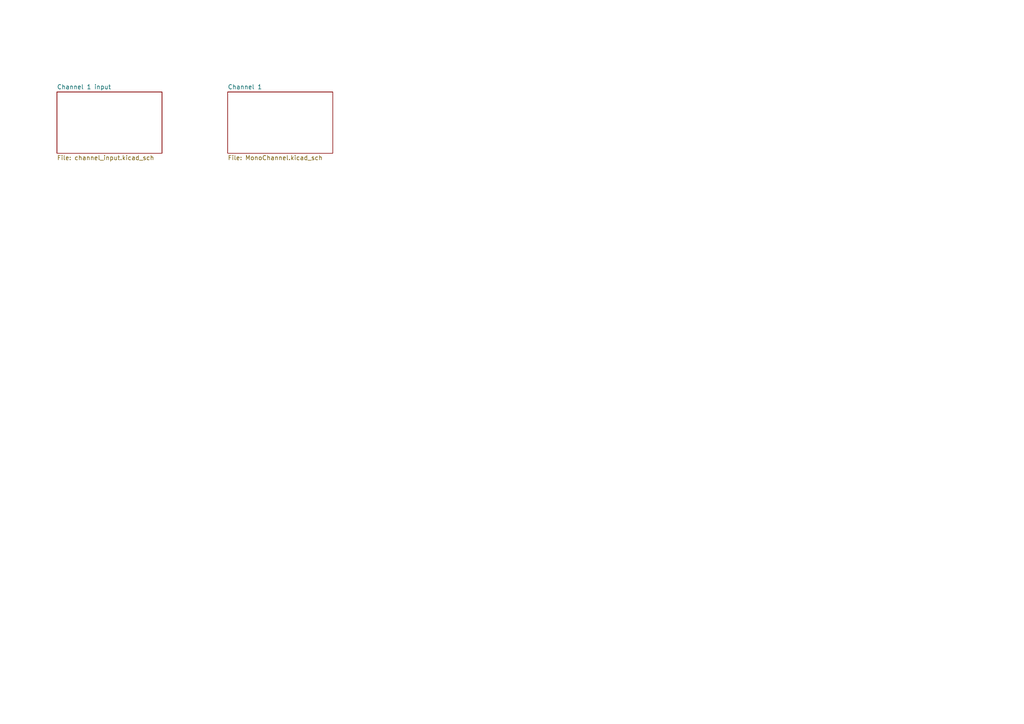
<source format=kicad_sch>
(kicad_sch (version 20230121) (generator eeschema)
  (paper "A4")
  (lib_symbols)
  (sheet (at 66.04 26.67) (size 30.48 17.78) (stroke (width 0.1524))
    (property "Sheetname" "Channel 1" (at 66.04 25.9584 0) (effects (justify left bottom)))
    (property "Sheetfile" "MonoChannel.kicad_sch" (at 66.04 45.0346 0) (effects (justify left top)))
  )
  (sheet (at 16.51 26.67) (size 30.48 17.78) (stroke (width 0.1524))
    (property "Sheetname" "Channel 1 input" (at 16.51 25.9584 0) (effects (justify left bottom)))
    (property "Sheetfile" "channel_input.kicad_sch" (at 16.51 45.0346 0) (effects (justify left top)))
  )
)
</source>
